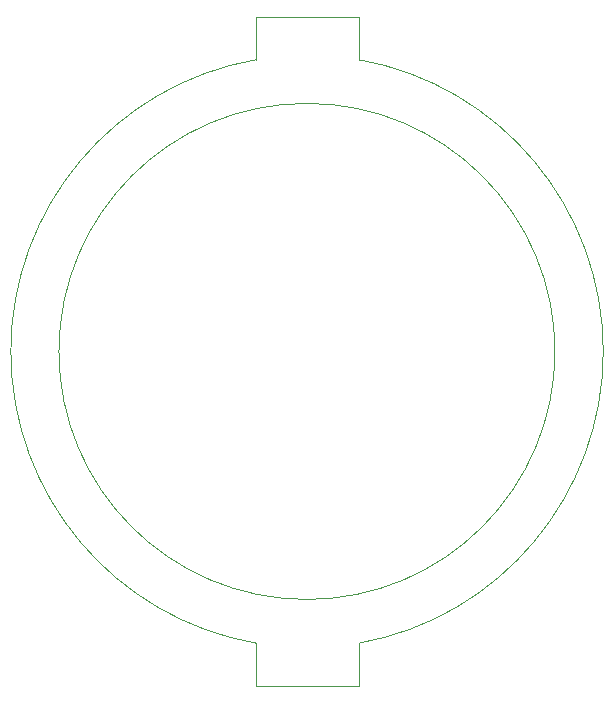
<source format=gm1>
G04 #@! TF.GenerationSoftware,KiCad,Pcbnew,7.0.2-6a45011f42~172~ubuntu22.04.1*
G04 #@! TF.CreationDate,2023-05-13T10:54:30-06:00*
G04 #@! TF.ProjectId,ring-50mm,72696e67-2d35-4306-9d6d-2e6b69636164,rev?*
G04 #@! TF.SameCoordinates,Original*
G04 #@! TF.FileFunction,Profile,NP*
%FSLAX46Y46*%
G04 Gerber Fmt 4.6, Leading zero omitted, Abs format (unit mm)*
G04 Created by KiCad (PCBNEW 7.0.2-6a45011f42~172~ubuntu22.04.1) date 2023-05-13 10:54:30*
%MOMM*%
%LPD*%
G01*
G04 APERTURE LIST*
G04 #@! TA.AperFunction,Profile*
%ADD10C,0.100000*%
G04 #@! TD*
G04 APERTURE END LIST*
D10*
X155700000Y-120800000D02*
X147000000Y-120800000D01*
X155700000Y-117200000D02*
X155700000Y-120800000D01*
X155700000Y-117200000D02*
G75*
G03*
X155700000Y-67800000I-4400000J24700000D01*
G01*
X147000000Y-120800000D02*
X147000000Y-117200000D01*
X155700000Y-64200000D02*
X155700000Y-67800000D01*
X147000000Y-67800000D02*
X147000000Y-64200000D01*
X147000000Y-67800002D02*
G75*
G03*
X147000000Y-117199998I4300000J-24699998D01*
G01*
X147000000Y-64200000D02*
X155700000Y-64200000D01*
X172300000Y-92500000D02*
G75*
G03*
X172300000Y-92500000I-21000000J0D01*
G01*
M02*

</source>
